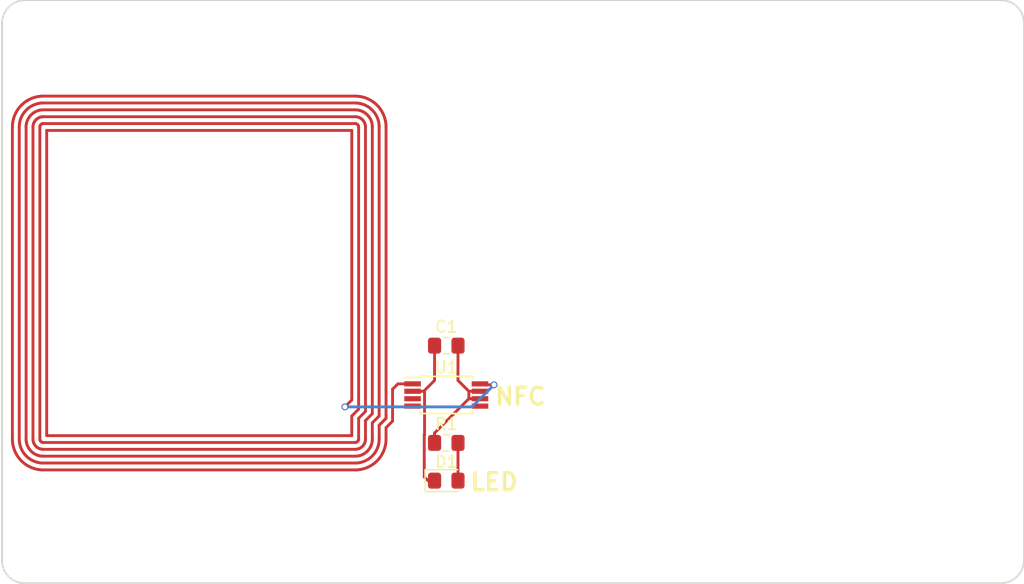
<source format=kicad_pcb>
(kicad_pcb (version 20171130) (host pcbnew "(5.1.5-0-10_14)")

  (general
    (thickness 1.6)
    (drawings 76)
    (tracks 449)
    (zones 0)
    (modules 4)
    (nets 8)
  )

  (page A4)
  (layers
    (0 F.Cu signal)
    (31 B.Cu signal)
    (32 B.Adhes user hide)
    (33 F.Adhes user hide)
    (34 B.Paste user hide)
    (35 F.Paste user hide)
    (36 B.SilkS user)
    (37 F.SilkS user)
    (38 B.Mask user hide)
    (39 F.Mask user hide)
    (40 Dwgs.User user hide)
    (41 Cmts.User user hide)
    (42 Eco1.User user hide)
    (43 Eco2.User user hide)
    (44 Edge.Cuts user hide)
    (45 Margin user hide)
    (46 B.CrtYd user hide)
    (47 F.CrtYd user hide)
    (48 B.Fab user hide)
    (49 F.Fab user hide)
  )

  (setup
    (last_trace_width 0.25)
    (user_trace_width 0.2032)
    (user_trace_width 0.254)
    (user_trace_width 0.508)
    (user_trace_width 0.762)
    (user_trace_width 1.016)
    (user_trace_width 1.27)
    (user_trace_width 1.905)
    (user_trace_width 2.54)
    (trace_clearance 0.2)
    (zone_clearance 0)
    (zone_45_only yes)
    (trace_min 0.2)
    (via_size 0.6)
    (via_drill 0.4)
    (via_min_size 0.4)
    (via_min_drill 0.3)
    (uvia_size 0.3)
    (uvia_drill 0.1)
    (uvias_allowed no)
    (uvia_min_size 0.2)
    (uvia_min_drill 0.1)
    (edge_width 0.15)
    (segment_width 0.15)
    (pcb_text_width 0.3)
    (pcb_text_size 1.5 1.5)
    (mod_edge_width 0.15)
    (mod_text_size 1 1)
    (mod_text_width 0.15)
    (pad_size 1.05 0.95)
    (pad_drill 0)
    (pad_to_mask_clearance 0.2)
    (aux_axis_origin 0 0)
    (visible_elements 7FFFFF7F)
    (pcbplotparams
      (layerselection 0x010f4_ffffffff)
      (usegerberextensions true)
      (usegerberattributes false)
      (usegerberadvancedattributes false)
      (creategerberjobfile false)
      (excludeedgelayer true)
      (linewidth 0.100000)
      (plotframeref false)
      (viasonmask false)
      (mode 1)
      (useauxorigin false)
      (hpglpennumber 1)
      (hpglpenspeed 20)
      (hpglpendiameter 15.000000)
      (psnegative false)
      (psa4output false)
      (plotreference true)
      (plotvalue false)
      (plotinvisibletext false)
      (padsonsilk false)
      (subtractmaskfromsilk false)
      (outputformat 1)
      (mirror false)
      (drillshape 0)
      (scaleselection 1)
      (outputdirectory "gerbers github/"))
  )

  (net 0 "")
  (net 1 "Net-(C1-Pad1)")
  (net 2 "Net-(C1-Pad2)")
  (net 3 "Net-(D1-Pad2)")
  (net 4 "Net-(U1-Pad3)")
  (net 5 "Net-(U1-Pad4)")
  (net 6 "Net-(U1-Pad5)")
  (net 7 "Net-(U1-Pad1)")

  (net_class Default "This is the default net class."
    (clearance 0.2)
    (trace_width 0.25)
    (via_dia 0.6)
    (via_drill 0.4)
    (uvia_dia 0.3)
    (uvia_drill 0.1)
    (add_net "Net-(C1-Pad1)")
    (add_net "Net-(C1-Pad2)")
    (add_net "Net-(D1-Pad2)")
    (add_net "Net-(U1-Pad1)")
    (add_net "Net-(U1-Pad3)")
    (add_net "Net-(U1-Pad4)")
    (add_net "Net-(U1-Pad5)")
  )

  (module Package_SO:TSSOP-8_4.4x3mm_P0.65mm (layer F.Cu) (tedit 5A02F25C) (tstamp 5E980305)
    (at 89.662 85.344)
    (descr "8-Lead Plastic Thin Shrink Small Outline (ST)-4.4 mm Body [TSSOP] (see Microchip Packaging Specification 00000049BS.pdf)")
    (tags "SSOP 0.65")
    (path /5DB22E9E)
    (attr smd)
    (fp_text reference U1 (at 0 -2.413) (layer F.SilkS)
      (effects (font (size 1 1) (thickness 0.15)))
    )
    (fp_text value NT3H1101_NT3H1201 (at 0 2.55) (layer F.Fab)
      (effects (font (size 1 1) (thickness 0.15)))
    )
    (fp_line (start -1.2 -1.5) (end 2.2 -1.5) (layer F.Fab) (width 0.15))
    (fp_line (start 2.2 -1.5) (end 2.2 1.5) (layer F.Fab) (width 0.15))
    (fp_line (start 2.2 1.5) (end -2.2 1.5) (layer F.Fab) (width 0.15))
    (fp_line (start -2.2 1.5) (end -2.2 -0.5) (layer F.Fab) (width 0.15))
    (fp_line (start -2.2 -0.5) (end -1.2 -1.5) (layer F.Fab) (width 0.15))
    (fp_line (start -3.95 -1.8) (end -3.95 1.8) (layer F.CrtYd) (width 0.05))
    (fp_line (start 3.95 -1.8) (end 3.95 1.8) (layer F.CrtYd) (width 0.05))
    (fp_line (start -3.95 -1.8) (end 3.95 -1.8) (layer F.CrtYd) (width 0.05))
    (fp_line (start -3.95 1.8) (end 3.95 1.8) (layer F.CrtYd) (width 0.05))
    (fp_line (start -2.325 -1.625) (end -2.325 -1.525) (layer F.SilkS) (width 0.15))
    (fp_line (start 2.325 -1.625) (end 2.325 -1.425) (layer F.SilkS) (width 0.15))
    (fp_line (start 2.325 1.625) (end 2.325 1.425) (layer F.SilkS) (width 0.15))
    (fp_line (start -2.325 1.625) (end -2.325 1.425) (layer F.SilkS) (width 0.15))
    (fp_line (start -2.325 -1.625) (end 2.325 -1.625) (layer F.SilkS) (width 0.15))
    (fp_line (start -2.325 1.625) (end 2.325 1.625) (layer F.SilkS) (width 0.15))
    (fp_line (start -2.325 -1.525) (end -3.675 -1.525) (layer F.SilkS) (width 0.15))
    (fp_text user %R (at 0 0) (layer F.Fab)
      (effects (font (size 0.7 0.7) (thickness 0.15)))
    )
    (pad 1 smd rect (at -2.95 -0.975) (size 1.45 0.45) (layers F.Cu F.Paste F.Mask)
      (net 7 "Net-(U1-Pad1)"))
    (pad 2 smd rect (at -2.95 -0.325) (size 1.45 0.45) (layers F.Cu F.Paste F.Mask)
      (net 2 "Net-(C1-Pad2)"))
    (pad 3 smd rect (at -2.95 0.325) (size 1.45 0.45) (layers F.Cu F.Paste F.Mask)
      (net 4 "Net-(U1-Pad3)"))
    (pad 4 smd rect (at -2.95 0.975) (size 1.45 0.45) (layers F.Cu F.Paste F.Mask)
      (net 5 "Net-(U1-Pad4)"))
    (pad 5 smd rect (at 2.95 0.975) (size 1.45 0.45) (layers F.Cu F.Paste F.Mask)
      (net 6 "Net-(U1-Pad5)"))
    (pad 6 smd rect (at 2.95 0.325) (size 1.45 0.45) (layers F.Cu F.Paste F.Mask)
      (net 1 "Net-(C1-Pad1)"))
    (pad 7 smd rect (at 2.95 -0.325) (size 1.45 0.45) (layers F.Cu F.Paste F.Mask)
      (net 1 "Net-(C1-Pad1)"))
    (pad 8 smd rect (at 2.95 -0.975) (size 1.45 0.45) (layers F.Cu F.Paste F.Mask)
      (net 7 "Net-(U1-Pad1)"))
    (model ${KISYS3DMOD}/Package_SO.3dshapes/TSSOP-8_4.4x3mm_P0.65mm.wrl
      (at (xyz 0 0 0))
      (scale (xyz 1 1 1))
      (rotate (xyz 0 0 0))
    )
  )

  (module Capacitor_SMD:C_0805_2012Metric_Pad1.15x1.40mm_HandSolder (layer F.Cu) (tedit 5B36C52B) (tstamp 5E98B333)
    (at 89.662 81.026 180)
    (descr "Capacitor SMD 0805 (2012 Metric), square (rectangular) end terminal, IPC_7351 nominal with elongated pad for handsoldering. (Body size source: https://docs.google.com/spreadsheets/d/1BsfQQcO9C6DZCsRaXUlFlo91Tg2WpOkGARC1WS5S8t0/edit?usp=sharing), generated with kicad-footprint-generator")
    (tags "capacitor handsolder")
    (path /5D4B2984)
    (attr smd)
    (fp_text reference C1 (at 0 1.651) (layer F.SilkS)
      (effects (font (size 1 1) (thickness 0.15)))
    )
    (fp_text value 440nF (at 0 1.65) (layer F.Fab)
      (effects (font (size 1 1) (thickness 0.15)))
    )
    (fp_line (start -1 0.6) (end -1 -0.6) (layer F.Fab) (width 0.1))
    (fp_line (start -1 -0.6) (end 1 -0.6) (layer F.Fab) (width 0.1))
    (fp_line (start 1 -0.6) (end 1 0.6) (layer F.Fab) (width 0.1))
    (fp_line (start 1 0.6) (end -1 0.6) (layer F.Fab) (width 0.1))
    (fp_line (start -0.261252 -0.71) (end 0.261252 -0.71) (layer F.SilkS) (width 0.12))
    (fp_line (start -0.261252 0.71) (end 0.261252 0.71) (layer F.SilkS) (width 0.12))
    (fp_line (start -1.85 0.95) (end -1.85 -0.95) (layer F.CrtYd) (width 0.05))
    (fp_line (start -1.85 -0.95) (end 1.85 -0.95) (layer F.CrtYd) (width 0.05))
    (fp_line (start 1.85 -0.95) (end 1.85 0.95) (layer F.CrtYd) (width 0.05))
    (fp_line (start 1.85 0.95) (end -1.85 0.95) (layer F.CrtYd) (width 0.05))
    (fp_text user %R (at 0 0) (layer F.Fab)
      (effects (font (size 0.5 0.5) (thickness 0.08)))
    )
    (pad 1 smd roundrect (at -1.025 0 180) (size 1.15 1.4) (layers F.Cu F.Paste F.Mask) (roundrect_rratio 0.217391)
      (net 1 "Net-(C1-Pad1)"))
    (pad 2 smd roundrect (at 1.025 0 180) (size 1.15 1.4) (layers F.Cu F.Paste F.Mask) (roundrect_rratio 0.217391)
      (net 2 "Net-(C1-Pad2)"))
    (model ${KISYS3DMOD}/Capacitor_SMD.3dshapes/C_0805_2012Metric.wrl
      (at (xyz 0 0 0))
      (scale (xyz 1 1 1))
      (rotate (xyz 0 0 0))
    )
  )

  (module LED_SMD:LED_0805_2012Metric_Pad1.15x1.40mm_HandSolder (layer F.Cu) (tedit 5B4B45C9) (tstamp 5E98B7A7)
    (at 89.662 92.837)
    (descr "LED SMD 0805 (2012 Metric), square (rectangular) end terminal, IPC_7351 nominal, (Body size source: https://docs.google.com/spreadsheets/d/1BsfQQcO9C6DZCsRaXUlFlo91Tg2WpOkGARC1WS5S8t0/edit?usp=sharing), generated with kicad-footprint-generator")
    (tags "LED handsolder")
    (path /5D9F60E5)
    (attr smd)
    (fp_text reference D1 (at 0 -1.65) (layer F.SilkS)
      (effects (font (size 1 1) (thickness 0.15)))
    )
    (fp_text value LED (at 0 1.65) (layer F.Fab)
      (effects (font (size 1 1) (thickness 0.15)))
    )
    (fp_line (start 1 -0.6) (end -0.7 -0.6) (layer F.Fab) (width 0.1))
    (fp_line (start -0.7 -0.6) (end -1 -0.3) (layer F.Fab) (width 0.1))
    (fp_line (start -1 -0.3) (end -1 0.6) (layer F.Fab) (width 0.1))
    (fp_line (start -1 0.6) (end 1 0.6) (layer F.Fab) (width 0.1))
    (fp_line (start 1 0.6) (end 1 -0.6) (layer F.Fab) (width 0.1))
    (fp_line (start 1 -0.96) (end -1.86 -0.96) (layer F.SilkS) (width 0.12))
    (fp_line (start -1.86 -0.96) (end -1.86 0.96) (layer F.SilkS) (width 0.12))
    (fp_line (start -1.86 0.96) (end 1 0.96) (layer F.SilkS) (width 0.12))
    (fp_line (start -1.85 0.95) (end -1.85 -0.95) (layer F.CrtYd) (width 0.05))
    (fp_line (start -1.85 -0.95) (end 1.85 -0.95) (layer F.CrtYd) (width 0.05))
    (fp_line (start 1.85 -0.95) (end 1.85 0.95) (layer F.CrtYd) (width 0.05))
    (fp_line (start 1.85 0.95) (end -1.85 0.95) (layer F.CrtYd) (width 0.05))
    (fp_text user %R (at 0 0) (layer F.Fab)
      (effects (font (size 0.5 0.5) (thickness 0.08)))
    )
    (pad 1 smd roundrect (at -1.025 0) (size 1.15 1.4) (layers F.Cu F.Paste F.Mask) (roundrect_rratio 0.217391)
      (net 2 "Net-(C1-Pad2)"))
    (pad 2 smd roundrect (at 1.025 0) (size 1.15 1.4) (layers F.Cu F.Paste F.Mask) (roundrect_rratio 0.217391)
      (net 3 "Net-(D1-Pad2)"))
    (model ${KISYS3DMOD}/LED_SMD.3dshapes/LED_0805_2012Metric.wrl
      (at (xyz 0 0 0))
      (scale (xyz 1 1 1))
      (rotate (xyz 0 0 0))
    )
  )

  (module Resistor_SMD:R_0805_2012Metric_Pad1.15x1.40mm_HandSolder (layer F.Cu) (tedit 5B36C52B) (tstamp 5E98B356)
    (at 89.662 89.535)
    (descr "Resistor SMD 0805 (2012 Metric), square (rectangular) end terminal, IPC_7351 nominal with elongated pad for handsoldering. (Body size source: https://docs.google.com/spreadsheets/d/1BsfQQcO9C6DZCsRaXUlFlo91Tg2WpOkGARC1WS5S8t0/edit?usp=sharing), generated with kicad-footprint-generator")
    (tags "resistor handsolder")
    (path /5D4B4999)
    (attr smd)
    (fp_text reference R1 (at 0 -1.65) (layer F.SilkS)
      (effects (font (size 1 1) (thickness 0.15)))
    )
    (fp_text value 47ohm (at 0 1.65) (layer F.Fab)
      (effects (font (size 1 1) (thickness 0.15)))
    )
    (fp_line (start -1 0.6) (end -1 -0.6) (layer F.Fab) (width 0.1))
    (fp_line (start -1 -0.6) (end 1 -0.6) (layer F.Fab) (width 0.1))
    (fp_line (start 1 -0.6) (end 1 0.6) (layer F.Fab) (width 0.1))
    (fp_line (start 1 0.6) (end -1 0.6) (layer F.Fab) (width 0.1))
    (fp_line (start -0.261252 -0.71) (end 0.261252 -0.71) (layer F.SilkS) (width 0.12))
    (fp_line (start -0.261252 0.71) (end 0.261252 0.71) (layer F.SilkS) (width 0.12))
    (fp_line (start -1.85 0.95) (end -1.85 -0.95) (layer F.CrtYd) (width 0.05))
    (fp_line (start -1.85 -0.95) (end 1.85 -0.95) (layer F.CrtYd) (width 0.05))
    (fp_line (start 1.85 -0.95) (end 1.85 0.95) (layer F.CrtYd) (width 0.05))
    (fp_line (start 1.85 0.95) (end -1.85 0.95) (layer F.CrtYd) (width 0.05))
    (fp_text user %R (at 0 0) (layer F.Fab)
      (effects (font (size 0.5 0.5) (thickness 0.08)))
    )
    (pad 1 smd roundrect (at -1.025 0) (size 1.15 1.4) (layers F.Cu F.Paste F.Mask) (roundrect_rratio 0.217391)
      (net 1 "Net-(C1-Pad1)"))
    (pad 2 smd roundrect (at 1.025 0) (size 1.15 1.4) (layers F.Cu F.Paste F.Mask) (roundrect_rratio 0.217391)
      (net 3 "Net-(D1-Pad2)"))
    (model ${KISYS3DMOD}/Resistor_SMD.3dshapes/R_0805_2012Metric.wrl
      (at (xyz 0 0 0))
      (scale (xyz 1 1 1))
      (rotate (xyz 0 0 0))
    )
  )

  (gr_text NFC (at 96.139 85.471) (layer F.SilkS)
    (effects (font (size 1.5 1.5) (thickness 0.3)))
  )
  (gr_text LED (at 93.853 92.964) (layer F.SilkS)
    (effects (font (size 1.5 1.5) (thickness 0.3)))
  )
  (gr_arc (start 138.176 99.7755) (end 138.176 101.8075) (angle -90) (layer Edge.Cuts) (width 0.15))
  (gr_line (start 81.39402 85.78114) (end 80.79458 86.38312) (layer F.Mask) (width 0.25))
  (gr_line (start 81.39402 87.18068) (end 81.99346 86.58124) (layer F.Mask) (width 0.25))
  (gr_line (start 81.392 88.8987) (end 81.392 87.1827) (layer F.Mask) (width 0.25))
  (gr_line (start 54.705 88.8987) (end 81.392 88.8987) (layer F.Mask) (width 0.25))
  (gr_line (start 54.70314 62.19752) (end 54.70314 88.8987) (layer F.Mask) (width 0.25))
  (gr_line (start 81.39402 85.78114) (end 81.39402 62.19752) (layer F.Mask) (width 0.25))
  (gr_line (start 81.393 62.19752) (end 54.70286 62.19752) (layer F.Mask) (width 0.25))
  (dimension 89.408 (width 0.15) (layer Eco1.User)
    (gr_text "89.408 mm" (at 95.504 108.741999) (layer Eco1.User)
      (effects (font (size 1 1) (thickness 0.15)))
    )
    (feature1 (pts (xy 140.208 99.06) (xy 140.208 108.02842)))
    (feature2 (pts (xy 50.8 99.06) (xy 50.8 108.02842)))
    (crossbar (pts (xy 50.8 107.441999) (xy 140.208 107.441999)))
    (arrow1a (pts (xy 140.208 107.441999) (xy 139.081496 108.02842)))
    (arrow1b (pts (xy 140.208 107.441999) (xy 139.081496 106.855578)))
    (arrow2a (pts (xy 50.8 107.441999) (xy 51.926504 108.02842)))
    (arrow2b (pts (xy 50.8 107.441999) (xy 51.926504 106.855578)))
  )
  (dimension 51.0075 (width 0.15) (layer Eco1.User) (tstamp 5D988D12)
    (gr_text "51.008 mm" (at 148.366 76.30375 270) (layer Eco1.User) (tstamp 5D988D12)
      (effects (font (size 1 1) (thickness 0.15)))
    )
    (feature1 (pts (xy 138.176 101.8075) (xy 147.652421 101.8075)))
    (feature2 (pts (xy 138.176 50.8) (xy 147.652421 50.8)))
    (crossbar (pts (xy 147.066 50.8) (xy 147.066 101.8075)))
    (arrow1a (pts (xy 147.066 101.8075) (xy 146.479579 100.680996)))
    (arrow1b (pts (xy 147.066 101.8075) (xy 147.652421 100.680996)))
    (arrow2a (pts (xy 147.066 50.8) (xy 146.479579 51.926504)))
    (arrow2b (pts (xy 147.066 50.8) (xy 147.652421 51.926504)))
  )
  (gr_line (start 84.3915 61.8645) (end 84.3915 87.38134) (layer F.Mask) (width 0.25) (tstamp 5D4DC4BF))
  (gr_line (start 83.7946 87.17814) (end 83.7946 61.8645) (layer F.Mask) (width 0.25) (tstamp 5D4DC4BE))
  (gr_line (start 83.1977 61.8772) (end 83.1977 86.97494) (layer F.Mask) (width 0.25) (tstamp 5D4DC4BD))
  (gr_line (start 81.99346 86.58124) (end 81.99346 61.8978) (layer F.Mask) (width 0.25) (tstamp 5D4DC4BC))
  (gr_line (start 82.5881 86.7819) (end 82.5881 61.8772) (layer F.Mask) (width 0.25) (tstamp 5D4DC4BA))
  (gr_line (start 52.832 50.8) (end 138.176 50.8) (layer Edge.Cuts) (width 0.15) (tstamp 5D959209))
  (gr_line (start 50.8 99.839) (end 50.8 52.832) (layer Edge.Cuts) (width 0.15) (tstamp 5D959208))
  (gr_line (start 138.176 101.8075) (end 52.7685 101.8075) (layer Edge.Cuts) (width 0.15) (tstamp 5D959204))
  (gr_line (start 140.208 99.7755) (end 140.208 52.832) (layer Edge.Cuts) (width 0.15) (tstamp 5D959203))
  (gr_line (start 84.97824 88.3821) (end 85.2932 88.3821) (layer F.Mask) (width 0.25) (tstamp 5D9546B0))
  (gr_arc (start 84.97824 88.9663) (end 84.97824 88.3821) (angle -90) (layer F.Mask) (width 0.25) (tstamp 5D9546BC))
  (gr_line (start 82.5881 86.7819) (end 81.9912 87.3788) (layer F.Mask) (width 0.25) (tstamp 5D95465F))
  (gr_line (start 83.1977 86.97494) (end 82.6008 87.57184) (layer F.Mask) (width 0.25) (tstamp 5D9546A7))
  (gr_line (start 83.7946 87.17814) (end 83.19516 87.77758) (layer F.Mask) (width 0.25) (tstamp 5D9546C5))
  (gr_line (start 84.3915 87.38134) (end 83.7946 87.98078) (layer F.Mask) (width 0.25) (tstamp 5D9546AD))
  (gr_arc (start 81.7118 61.8772) (end 83.1977 61.8772) (angle -90) (layer F.Mask) (width 0.25) (tstamp 5D9546A4))
  (gr_arc (start 81.7118 61.8772) (end 82.5881 61.8772) (angle -90) (layer F.Mask) (width 0.25) (tstamp 5D954674))
  (gr_arc (start 81.7118 61.8772) (end 81.9912 61.8772) (angle -90) (layer F.Mask) (width 0.25) (tstamp 5D954689))
  (gr_arc (start 81.7245 61.8645) (end 83.7946 61.8645) (angle -90) (layer F.Mask) (width 0.25) (tstamp 5D954686))
  (gr_arc (start 81.7245 61.8645) (end 84.3915 61.8645) (angle -90) (layer F.Mask) (width 0.25) (tstamp 5D954662))
  (gr_line (start 54.3814 59.1975) (end 81.6991 59.1975) (layer F.Mask) (width 0.25) (tstamp 5D954695))
  (gr_line (start 54.3814 59.7944) (end 81.7245 59.7944) (layer F.Mask) (width 0.25) (tstamp 5D954668))
  (gr_line (start 54.3814 60.3913) (end 81.7118 60.3913) (layer F.Mask) (width 0.25) (tstamp 5D954650))
  (gr_line (start 54.3814 61.0009) (end 81.7118 61.0009) (layer F.Mask) (width 0.25) (tstamp 5D95465C))
  (gr_line (start 54.3814 61.5978) (end 81.7118 61.5978) (layer F.Mask) (width 0.25) (tstamp 5D9546CB))
  (gr_line (start 51.7017 89.2076) (end 51.7017 61.928) (layer F.Mask) (width 0.25) (tstamp 5D95467A))
  (gr_line (start 52.2986 61.8772) (end 52.2986 89.14) (layer F.Mask) (width 0.25) (tstamp 5D95466B))
  (gr_line (start 52.9082 89.1822) (end 52.9082 61.928) (layer F.Mask) (width 0.25) (tstamp 5D9546C8))
  (gr_line (start 53.5051 61.8772) (end 53.5051 89.19) (layer F.Mask) (width 0.25) (tstamp 5D954659))
  (gr_line (start 54.102 89.1822) (end 54.102 61.928) (layer F.Mask) (width 0.25) (tstamp 5D954656))
  (gr_arc (start 54.3814 61.8772) (end 54.3814 61.5978) (angle -90) (layer F.Mask) (width 0.25) (tstamp 5D954677))
  (gr_arc (start 54.3814 61.8772) (end 54.3814 61.0009) (angle -90) (layer F.Mask) (width 0.25) (tstamp 5D954683))
  (gr_arc (start 54.39156 61.88482) (end 54.39156 60.39892) (angle -90) (layer F.Mask) (width 0.25) (tstamp 5D954653))
  (gr_arc (start 54.3814 61.8772) (end 54.3814 59.7944) (angle -90) (layer F.Mask) (width 0.25) (tstamp 5D954671))
  (gr_arc (start 54.3814 61.8772) (end 54.3814 59.1975) (angle -90) (layer F.Mask) (width 0.25) (tstamp 5D9546B3))
  (gr_arc (start 54.3941 89.2076) (end 51.7017 89.2076) (angle -90) (layer F.Mask) (width 0.25) (tstamp 5D9546A1))
  (gr_arc (start 54.3941 89.2076) (end 52.31 89.21) (angle -89.2) (layer F.Mask) (width 0.25) (tstamp 5D95468C))
  (gr_arc (start 54.3941 89.2076) (end 52.9082 89.1822) (angle -90) (layer F.Mask) (width 0.25) (tstamp 5D95469E))
  (gr_arc (start 54.3941 89.2076) (end 53.5051 89.1822) (angle -90) (layer F.Mask) (width 0.25) (tstamp 5D95469B))
  (gr_arc (start 54.3941 89.2076) (end 54.102 89.1822) (angle -90) (layer F.Mask) (width 0.25) (tstamp 5D9546D4))
  (gr_line (start 83.79452 89.23808) (end 83.79452 87.9856) (layer F.Mask) (width 0.25) (tstamp 5D954680))
  (gr_line (start 81.7245 91.894041) (end 54.356 91.894041) (layer F.Mask) (width 0.25) (tstamp 5D95466E))
  (gr_line (start 81.727001 91.29548) (end 54.356 91.29548) (layer F.Mask) (width 0.25) (tstamp 5D9546CE))
  (gr_line (start 81.716826 90.696094) (end 54.356 90.696094) (layer F.Mask) (width 0.25) (tstamp 5D9546BF))
  (gr_line (start 81.71942 90.09406) (end 54.356 90.09406) (layer F.Mask) (width 0.25) (tstamp 5D954698))
  (gr_line (start 81.70672 89.49208) (end 54.356 89.49208) (layer F.Mask) (width 0.25) (tstamp 5D954692))
  (gr_line (start 81.993318 89.245228) (end 81.993318 87.376) (layer F.Mask) (width 0.25) (tstamp 5D95464D))
  (gr_line (start 82.59556 89.233) (end 82.59556 87.5792) (layer F.Mask) (width 0.25) (tstamp 5D95468F))
  (gr_line (start 83.19008 89.22284) (end 83.19008 87.7824) (layer F.Mask) (width 0.25) (tstamp 5D9546D1))
  (gr_arc (start 81.71942 89.22792) (end 81.70672 89.49208) (angle -89) (layer F.Mask) (width 0.25) (tstamp 5D954641))
  (gr_arc (start 81.72196 89.23046) (end 81.71942 90.09406) (angle -90) (layer F.Mask) (width 0.25) (tstamp 5D95464A))
  (gr_arc (start 81.716826 89.22284) (end 81.716826 90.696094) (angle -90) (layer F.Mask) (width 0.25) (tstamp 5D954647))
  (gr_arc (start 81.732081 89.23808) (end 81.732081 91.295519) (angle -90) (layer F.Mask) (width 0.25) (tstamp 5D95463E))
  (gr_arc (start 81.7245 89.227041) (end 81.7245 91.894041) (angle -91.4) (layer F.Mask) (width 0.25) (tstamp 5D95463B))
  (gr_line (start 84.3915 89) (end 84.3915 89.1695) (layer F.Mask) (width 0.25) (tstamp 5D954644))
  (gr_text "This is a V-Scoring line ---" (at 34.20872 100.72624) (layer Eco2.User) (tstamp 5BDF17A4)
    (effects (font (size 1.5 1.5) (thickness 0.3)))
  )
  (gr_text "<-- This is a V-Scoring line" (at 96.36506 119.17934 270) (layer Eco2.User) (tstamp 5BDF17A4)
    (effects (font (size 1.5 1.5) (thickness 0.3)))
  )
  (gr_text "<-- This side routed" (at 95.69196 37.05098 90) (layer Eco2.User) (tstamp 5BDF1798)
    (effects (font (size 1.5 1.5) (thickness 0.3)))
  )
  (gr_text "This side routed -->" (at 37.39642 76.00442) (layer Eco2.User)
    (effects (font (size 1.5 1.5) (thickness 0.3)))
  )
  (gr_text "<-- This side routed" (at 153.38044 71.60768) (layer Eco2.User) (tstamp 5BDF1792)
    (effects (font (size 1.5 1.5) (thickness 0.3)))
  )
  (gr_text "--- This is a V-Scoring line" (at 157.39618 100.56114) (layer Eco2.User)
    (effects (font (size 1.5 1.5) (thickness 0.3)))
  )
  (gr_arc (start 52.7685 99.839) (end 50.8 99.839) (angle -90) (layer Edge.Cuts) (width 0.15))
  (gr_arc (start 138.176 52.832) (end 138.176 50.8) (angle 90) (layer Edge.Cuts) (width 0.15))
  (gr_arc (start 52.832 52.832) (end 50.8 52.832) (angle 90) (layer Edge.Cuts) (width 0.15))

  (segment (start 82.9056 90.91574) (end 82.78622 90.99448) (width 0.25) (layer F.Cu) (net 7) (tstamp 5D954BBA))
  (segment (start 82.3976 91.17736) (end 82.26044 91.22054) (width 0.25) (layer F.Cu) (net 7) (tstamp 5D954BB7))
  (segment (start 82.12074 91.2561) (end 81.98104 91.27896) (width 0.25) (layer F.Cu) (net 7) (tstamp 5D954BB4))
  (segment (start 83.67268 89.90228) (end 83.62188 90.03436) (width 0.25) (layer F.Cu) (net 7) (tstamp 5D954BB1))
  (segment (start 82.51444 61.53176) (end 82.55 61.62066) (width 0.25) (layer F.Cu) (net 7) (tstamp 5D954BAE))
  (segment (start 82.05978 61.0771) (end 82.1436 61.11774) (width 0.25) (layer F.Cu) (net 7) (tstamp 5D954BA8))
  (segment (start 83.41106 90.41028) (end 83.3247 90.52458) (width 0.25) (layer F.Cu) (net 7) (tstamp 5D954B48))
  (segment (start 82.57286 61.70956) (end 82.5881 61.80354) (width 0.25) (layer F.Cu) (net 7) (tstamp 5D954B84))
  (segment (start 83.12658 90.73286) (end 83.0199 90.82938) (width 0.25) (layer F.Cu) (net 7) (tstamp 5D954B54))
  (segment (start 81.83626 91.2942) (end 81.69402 91.29928) (width 0.25) (layer F.Cu) (net 7) (tstamp 5D954AEE))
  (segment (start 83.75142 89.62542) (end 83.71586 89.76512) (width 0.25) (layer F.Cu) (net 7) (tstamp 5D954B60))
  (segment (start 81.88198 61.01868) (end 81.97088 61.04154) (width 0.25) (layer F.Cu) (net 7) (tstamp 5D954B87))
  (segment (start 83.78952 89.34094) (end 83.77428 89.48572) (width 0.25) (layer F.Cu) (net 7) (tstamp 5D954B4E))
  (segment (start 82.296 61.2295) (end 82.36204 61.29554) (width 0.25) (layer F.Cu) (net 7) (tstamp 5D954B00))
  (segment (start 82.65922 91.06306) (end 82.52968 91.12656) (width 0.25) (layer F.Cu) (net 7) (tstamp 5D954B5A))
  (segment (start 83.7946 89.1987) (end 83.78952 89.34094) (width 0.25) (layer F.Cu) (net 7) (tstamp 5D954B6C))
  (segment (start 83.62188 90.03436) (end 83.55838 90.1639) (width 0.25) (layer F.Cu) (net 7) (tstamp 5D954B36))
  (segment (start 82.78622 90.99448) (end 82.65922 91.06306) (width 0.25) (layer F.Cu) (net 7) (tstamp 5D954B03))
  (segment (start 82.55 61.62066) (end 82.57286 61.70956) (width 0.25) (layer F.Cu) (net 7) (tstamp 5D954B57))
  (segment (start 82.36204 61.29554) (end 82.42046 61.3692) (width 0.25) (layer F.Cu) (net 7) (tstamp 5D954B24))
  (segment (start 82.5881 61.80354) (end 82.59318 61.89752) (width 0.25) (layer F.Cu) (net 7) (tstamp 5D954B99))
  (segment (start 81.69402 90.69984) (end 81.81086 90.69476) (width 0.25) (layer F.Cu) (net 7) (tstamp 5D954B7B))
  (segment (start 81.9277 90.68206) (end 82.04454 90.6592) (width 0.25) (layer F.Cu) (net 7) (tstamp 5D954BA5))
  (segment (start 82.04454 90.6592) (end 82.15884 90.62618) (width 0.25) (layer F.Cu) (net 7) (tstamp 5D954B12))
  (segment (start 82.15884 90.62618) (end 82.26806 90.58554) (width 0.25) (layer F.Cu) (net 7) (tstamp 5D954B21))
  (segment (start 81.97088 61.04154) (end 82.05978 61.0771) (width 0.25) (layer F.Cu) (net 7) (tstamp 5D954BAB))
  (segment (start 82.22234 61.17108) (end 82.296 61.2295) (width 0.25) (layer F.Cu) (net 7) (tstamp 5D954B09))
  (segment (start 83.71586 89.76512) (end 83.67268 89.90228) (width 0.25) (layer F.Cu) (net 7) (tstamp 5D954B69))
  (segment (start 82.47888 90.47886) (end 82.5754 90.41282) (width 0.25) (layer F.Cu) (net 7) (tstamp 5D954B51))
  (segment (start 81.98866 61.84672) (end 81.97596 61.79592) (width 0.25) (layer F.Cu) (net 7) (tstamp 5D954B78))
  (segment (start 82.1436 61.11774) (end 82.22234 61.17108) (width 0.25) (layer F.Cu) (net 7) (tstamp 5D954B66))
  (segment (start 81.74482 61.60288) (end 81.69402 61.5978) (width 0.25) (layer F.Cu) (net 7) (tstamp 5D954B33))
  (segment (start 82.26044 91.22054) (end 82.12074 91.2561) (width 0.25) (layer F.Cu) (net 7) (tstamp 5D954B2A))
  (segment (start 82.5754 90.41282) (end 82.66938 90.33916) (width 0.25) (layer F.Cu) (net 7) (tstamp 5D954B8A))
  (segment (start 82.75574 90.26042) (end 82.83448 90.17406) (width 0.25) (layer F.Cu) (net 7) (tstamp 5D954B63))
  (segment (start 83.0199 90.82938) (end 82.9056 90.91574) (width 0.25) (layer F.Cu) (net 7) (tstamp 5D954B81))
  (segment (start 81.788 61.00344) (end 81.88198 61.01868) (width 0.25) (layer F.Cu) (net 7) (tstamp 5D954B4B))
  (segment (start 82.42046 61.3692) (end 82.4738 61.44794) (width 0.25) (layer F.Cu) (net 7) (tstamp 5D954BA2))
  (segment (start 83.4898 90.2909) (end 83.41106 90.41028) (width 0.25) (layer F.Cu) (net 7) (tstamp 5D954B45))
  (segment (start 82.66938 90.33916) (end 82.75574 90.26042) (width 0.25) (layer F.Cu) (net 7) (tstamp 5D954B0F))
  (segment (start 82.52968 91.12656) (end 82.3976 91.17736) (width 0.25) (layer F.Cu) (net 7) (tstamp 5D954B0C))
  (segment (start 82.4738 61.44794) (end 82.51444 61.53176) (width 0.25) (layer F.Cu) (net 7) (tstamp 5D954AFD))
  (segment (start 81.9531 61.74766) (end 81.92262 61.70448) (width 0.25) (layer F.Cu) (net 7) (tstamp 5D954B39))
  (segment (start 81.84388 61.63844) (end 81.79562 61.61558) (width 0.25) (layer F.Cu) (net 7) (tstamp 5D954B30))
  (segment (start 82.83448 90.17406) (end 82.90814 90.08008) (width 0.25) (layer F.Cu) (net 7) (tstamp 5D954B5D))
  (segment (start 83.77428 89.48572) (end 83.75142 89.62542) (width 0.25) (layer F.Cu) (net 7) (tstamp 5D954B06))
  (segment (start 82.26806 90.58554) (end 82.37474 90.53728) (width 0.25) (layer F.Cu) (net 7) (tstamp 5D954B42))
  (segment (start 83.22818 90.63126) (end 83.12658 90.73286) (width 0.25) (layer F.Cu) (net 7) (tstamp 5D954B7E))
  (segment (start 81.98104 91.27896) (end 81.83626 91.2942) (width 0.25) (layer F.Cu) (net 7) (tstamp 5D954B3F))
  (segment (start 83.55838 90.1639) (end 83.4898 90.2909) (width 0.25) (layer F.Cu) (net 7) (tstamp 5D954B3C))
  (segment (start 82.90814 90.08008) (end 82.97418 89.98356) (width 0.25) (layer F.Cu) (net 7) (tstamp 5D954AF7))
  (segment (start 82.97418 89.98356) (end 83.0326 89.87942) (width 0.25) (layer F.Cu) (net 7) (tstamp 5D954B2D))
  (segment (start 83.0326 89.87942) (end 83.08086 89.77274) (width 0.25) (layer F.Cu) (net 7) (tstamp 5D954B27))
  (segment (start 81.81086 90.69476) (end 81.9277 90.68206) (width 0.25) (layer F.Cu) (net 7) (tstamp 5D954B1E))
  (segment (start 81.92262 61.70448) (end 81.88706 61.66892) (width 0.25) (layer F.Cu) (net 7) (tstamp 5D954B1B))
  (segment (start 82.37474 90.53728) (end 82.47888 90.47886) (width 0.25) (layer F.Cu) (net 7) (tstamp 5D954B18))
  (segment (start 83.08086 89.77274) (end 83.1215 89.66352) (width 0.25) (layer F.Cu) (net 7) (tstamp 5D954B9F))
  (segment (start 83.1215 89.66352) (end 83.15452 89.54922) (width 0.25) (layer F.Cu) (net 7) (tstamp 5D954B15))
  (segment (start 81.69402 60.99836) (end 81.788 61.00344) (width 0.25) (layer F.Cu) (net 7) (tstamp 5D954B75))
  (segment (start 81.88706 61.66892) (end 81.84388 61.63844) (width 0.25) (layer F.Cu) (net 7) (tstamp 5D954B72))
  (segment (start 81.79562 61.61558) (end 81.74482 61.60288) (width 0.25) (layer F.Cu) (net 7) (tstamp 5D954AFA))
  (segment (start 81.99374 61.89752) (end 81.98866 61.84672) (width 0.25) (layer F.Cu) (net 7) (tstamp 5D954AF4))
  (segment (start 83.3247 90.52458) (end 83.22818 90.63126) (width 0.25) (layer F.Cu) (net 7) (tstamp 5D954B90))
  (segment (start 81.97596 61.79592) (end 81.9531 61.74766) (width 0.25) (layer F.Cu) (net 7) (tstamp 5D954AF1))
  (segment (start 81.98866 89.2495) (end 81.99374 89.1987) (width 0.25) (layer F.Cu) (net 7) (tstamp 5D954B9C))
  (segment (start 82.55 89.47556) (end 82.51444 89.56446) (width 0.25) (layer F.Cu) (net 7) (tstamp 5D954B96))
  (segment (start 82.5881 89.29268) (end 82.57286 89.38666) (width 0.25) (layer F.Cu) (net 7) (tstamp 5D954B93))
  (segment (start 81.97596 89.3003) (end 81.98866 89.2495) (width 0.25) (layer F.Cu) (net 7) (tstamp 5D954B8D))
  (segment (start 82.59318 89.1987) (end 82.5881 89.29268) (width 0.25) (layer F.Cu) (net 7) (tstamp 5D954B6F))
  (segment (start 82.57286 89.38666) (end 82.55 89.47556) (width 0.25) (layer F.Cu) (net 7) (tstamp 5D954A9D))
  (segment (start 82.05978 90.01912) (end 81.97088 90.05468) (width 0.25) (layer F.Cu) (net 7) (tstamp 5D954AB8))
  (segment (start 81.79562 89.48064) (end 81.84388 89.45778) (width 0.25) (layer F.Cu) (net 7) (tstamp 5D954A6A))
  (segment (start 81.9531 89.34856) (end 81.97596 89.3003) (width 0.25) (layer F.Cu) (net 7) (tstamp 5D954A97))
  (segment (start 81.84388 89.45778) (end 81.88706 89.4273) (width 0.25) (layer F.Cu) (net 7) (tstamp 5D954A55))
  (segment (start 83.15452 89.54922) (end 83.17738 89.43238) (width 0.25) (layer F.Cu) (net 7) (tstamp 5D954A61))
  (segment (start 82.22234 89.92514) (end 82.1436 89.97848) (width 0.25) (layer F.Cu) (net 7) (tstamp 5D954ABB))
  (segment (start 82.296 89.86672) (end 82.22234 89.92514) (width 0.25) (layer F.Cu) (net 7) (tstamp 5D954ADC))
  (segment (start 83.17738 89.43238) (end 83.19008 89.31554) (width 0.25) (layer F.Cu) (net 7) (tstamp 5D954A76))
  (segment (start 82.4738 89.64828) (end 82.42046 89.72702) (width 0.25) (layer F.Cu) (net 7) (tstamp 5D954A94))
  (segment (start 82.42046 89.72702) (end 82.36204 89.80068) (width 0.25) (layer F.Cu) (net 7) (tstamp 5D954A40))
  (segment (start 83.19008 89.31554) (end 83.19516 89.1987) (width 0.25) (layer F.Cu) (net 7) (tstamp 5D954A91))
  (segment (start 81.97088 90.05468) (end 81.88198 90.07754) (width 0.25) (layer F.Cu) (net 7) (tstamp 5D954A8E))
  (segment (start 81.74482 89.49334) (end 81.79562 89.48064) (width 0.25) (layer F.Cu) (net 7) (tstamp 5D954A2E))
  (segment (start 81.92262 89.39174) (end 81.9531 89.34856) (width 0.25) (layer F.Cu) (net 7) (tstamp 5D954AE2))
  (segment (start 82.36204 89.80068) (end 82.296 89.86672) (width 0.25) (layer F.Cu) (net 7) (tstamp 5D954AB5))
  (segment (start 81.88198 90.07754) (end 81.788 90.09278) (width 0.25) (layer F.Cu) (net 7) (tstamp 5D954A79))
  (segment (start 82.1436 89.97848) (end 82.05978 90.01912) (width 0.25) (layer F.Cu) (net 7) (tstamp 5D954A8B))
  (segment (start 81.788 90.09278) (end 81.69402 90.09786) (width 0.25) (layer F.Cu) (net 7) (tstamp 5D954A7C))
  (segment (start 82.51444 89.56446) (end 82.4738 89.64828) (width 0.25) (layer F.Cu) (net 7) (tstamp 5D954AAC))
  (segment (start 81.69402 89.49842) (end 81.74482 89.49334) (width 0.25) (layer F.Cu) (net 7) (tstamp 5D954A7F))
  (segment (start 81.88706 89.4273) (end 81.92262 89.39174) (width 0.25) (layer F.Cu) (net 7) (tstamp 5D954A52))
  (segment (start 54.35234 61.60288) (end 54.30154 61.61558) (width 0.25) (layer F.Cu) (net 7) (tstamp 5D954A88))
  (segment (start 82.3976 59.91886) (end 82.52968 59.96966) (width 0.25) (layer F.Cu) (net 7) (tstamp 5D954A4F))
  (segment (start 54.12628 61.04154) (end 54.21518 61.01868) (width 0.25) (layer F.Cu) (net 7) (tstamp 5D954AAF))
  (segment (start 82.52968 59.96966) (end 82.65922 60.03316) (width 0.25) (layer F.Cu) (net 7) (tstamp 5D954AA9))
  (segment (start 82.65922 60.03316) (end 82.78622 60.10174) (width 0.25) (layer F.Cu) (net 7) (tstamp 5D954A73))
  (segment (start 82.12074 59.84012) (end 82.26044 59.87568) (width 0.25) (layer F.Cu) (net 7) (tstamp 5D954A4C))
  (segment (start 54.03738 61.0771) (end 54.12628 61.04154) (width 0.25) (layer F.Cu) (net 7) (tstamp 5D954A9A))
  (segment (start 54.30154 61.61558) (end 54.25328 61.63844) (width 0.25) (layer F.Cu) (net 7) (tstamp 5D954A70))
  (segment (start 53.80116 61.2295) (end 53.87482 61.17108) (width 0.25) (layer F.Cu) (net 7) (tstamp 5D954A6D))
  (segment (start 53.87482 61.17108) (end 53.95356 61.11774) (width 0.25) (layer F.Cu) (net 7) (tstamp 5D954A43))
  (segment (start 54.21518 61.01868) (end 54.30916 61.00344) (width 0.25) (layer F.Cu) (net 7) (tstamp 5D954A85))
  (segment (start 54.30916 61.00344) (end 54.40314 60.99836) (width 0.25) (layer F.Cu) (net 7) (tstamp 5D954ADF))
  (segment (start 54.25328 61.63844) (end 54.2101 61.66892) (width 0.25) (layer F.Cu) (net 7) (tstamp 5D954A67))
  (segment (start 54.1212 61.79592) (end 54.1085 61.84672) (width 0.25) (layer F.Cu) (net 7) (tstamp 5D954AD0))
  (segment (start 81.83626 59.80202) (end 81.98104 59.81726) (width 0.25) (layer F.Cu) (net 7) (tstamp 5D954A49))
  (segment (start 81.69402 59.79694) (end 81.83626 59.80202) (width 0.25) (layer F.Cu) (net 7) (tstamp 5D954AEB))
  (segment (start 82.78622 60.10174) (end 82.9056 60.18048) (width 0.25) (layer F.Cu) (net 7) (tstamp 5D954AD3))
  (segment (start 54.2101 61.66892) (end 54.17454 61.70448) (width 0.25) (layer F.Cu) (net 7) (tstamp 5D954A82))
  (segment (start 53.95356 61.11774) (end 54.03738 61.0771) (width 0.25) (layer F.Cu) (net 7) (tstamp 5D954A64))
  (segment (start 54.40314 61.5978) (end 54.35234 61.60288) (width 0.25) (layer F.Cu) (net 7) (tstamp 5D954AA0))
  (segment (start 54.17454 61.70448) (end 54.14406 61.74766) (width 0.25) (layer F.Cu) (net 7) (tstamp 5D954AE8))
  (segment (start 54.14406 61.74766) (end 54.1212 61.79592) (width 0.25) (layer F.Cu) (net 7) (tstamp 5D954AB2))
  (segment (start 54.1085 61.84672) (end 54.10342 61.89752) (width 0.25) (layer F.Cu) (net 7) (tstamp 5D954AA6))
  (segment (start 81.98104 59.81726) (end 82.12074 59.84012) (width 0.25) (layer F.Cu) (net 7) (tstamp 5D954A5E))
  (segment (start 82.26044 59.87568) (end 82.3976 59.91886) (width 0.25) (layer F.Cu) (net 7) (tstamp 5D954A5B))
  (segment (start 82.83448 60.92216) (end 82.75574 60.8358) (width 0.25) (layer F.Cu) (net 7) (tstamp 5D954A3D))
  (segment (start 82.75574 60.8358) (end 82.66938 60.75706) (width 0.25) (layer F.Cu) (net 7) (tstamp 5D954AE5))
  (segment (start 82.15884 60.47004) (end 82.04454 60.43702) (width 0.25) (layer F.Cu) (net 7) (tstamp 5D954AA3))
  (segment (start 82.04454 60.43702) (end 81.9277 60.41416) (width 0.25) (layer F.Cu) (net 7) (tstamp 5D954A58))
  (segment (start 83.22818 60.46496) (end 83.3247 60.57164) (width 0.25) (layer F.Cu) (net 7) (tstamp 5D954AD9))
  (segment (start 83.62188 61.06186) (end 83.67268 61.19394) (width 0.25) (layer F.Cu) (net 7) (tstamp 5D954AC4))
  (segment (start 81.9277 60.41416) (end 81.81086 60.40146) (width 0.25) (layer F.Cu) (net 7) (tstamp 5D954A46))
  (segment (start 81.81086 60.40146) (end 81.69402 60.39638) (width 0.25) (layer F.Cu) (net 7) (tstamp 5D954AD6))
  (segment (start 82.5754 60.6834) (end 82.47888 60.61736) (width 0.25) (layer F.Cu) (net 7) (tstamp 5D954A3A))
  (segment (start 83.75142 61.4708) (end 83.77428 61.6105) (width 0.25) (layer F.Cu) (net 7) (tstamp 5D954A37))
  (segment (start 83.19516 61.89752) (end 83.19008 61.78068) (width 0.25) (layer F.Cu) (net 7) (tstamp 5D954ACD))
  (segment (start 83.1215 61.4327) (end 83.08086 61.32348) (width 0.25) (layer F.Cu) (net 7) (tstamp 5D954A34))
  (segment (start 83.0199 60.26684) (end 83.12658 60.36336) (width 0.25) (layer F.Cu) (net 7) (tstamp 5D954A31))
  (segment (start 83.4898 60.80532) (end 83.55838 60.93232) (width 0.25) (layer F.Cu) (net 7) (tstamp 5D954AC1))
  (segment (start 83.17738 61.66384) (end 83.15452 61.547) (width 0.25) (layer F.Cu) (net 7) (tstamp 5D954ACA))
  (segment (start 83.71586 61.3311) (end 83.75142 61.4708) (width 0.25) (layer F.Cu) (net 7) (tstamp 5D954AC7))
  (segment (start 83.08086 61.32348) (end 83.0326 61.2168) (width 0.25) (layer F.Cu) (net 7) (tstamp 5D954ABE))
  (segment (start 83.15452 61.547) (end 83.1215 61.4327) (width 0.25) (layer F.Cu) (net 7) (tstamp 5D954977))
  (segment (start 82.90814 61.01614) (end 82.83448 60.92216) (width 0.25) (layer F.Cu) (net 7) (tstamp 5D9549D1))
  (segment (start 82.47888 60.61736) (end 82.37474 60.55894) (width 0.25) (layer F.Cu) (net 7) (tstamp 5D9549B6))
  (segment (start 83.78952 61.75528) (end 83.7946 61.89752) (width 0.25) (layer F.Cu) (net 7) (tstamp 5D9549BC))
  (segment (start 83.19008 61.78068) (end 83.17738 61.66384) (width 0.25) (layer F.Cu) (net 7) (tstamp 5D95499B))
  (segment (start 82.37474 60.55894) (end 82.26806 60.51068) (width 0.25) (layer F.Cu) (net 7) (tstamp 5D95497D))
  (segment (start 82.26806 60.51068) (end 82.15884 60.47004) (width 0.25) (layer F.Cu) (net 7) (tstamp 5D9549B0))
  (segment (start 83.12658 60.36336) (end 83.22818 60.46496) (width 0.25) (layer F.Cu) (net 7) (tstamp 5D9549C8))
  (segment (start 83.55838 60.93232) (end 83.62188 61.06186) (width 0.25) (layer F.Cu) (net 7) (tstamp 5D954A13))
  (segment (start 82.66938 60.75706) (end 82.5754 60.6834) (width 0.25) (layer F.Cu) (net 7) (tstamp 5D9549C5))
  (segment (start 83.77428 61.6105) (end 83.78952 61.75528) (width 0.25) (layer F.Cu) (net 7) (tstamp 5D954A10))
  (segment (start 83.3247 60.57164) (end 83.41106 60.68594) (width 0.25) (layer F.Cu) (net 7) (tstamp 5D9549FB))
  (segment (start 83.67268 61.19394) (end 83.71586 61.3311) (width 0.25) (layer F.Cu) (net 7) (tstamp 5D9549CB))
  (segment (start 82.97418 61.11266) (end 82.90814 61.01614) (width 0.25) (layer F.Cu) (net 7) (tstamp 5D9549EF))
  (segment (start 82.9056 60.18048) (end 83.0199 60.26684) (width 0.25) (layer F.Cu) (net 7) (tstamp 5D95498C))
  (segment (start 83.41106 60.68594) (end 83.4898 60.80532) (width 0.25) (layer F.Cu) (net 7) (tstamp 5D9549D7))
  (segment (start 83.0326 61.2168) (end 82.97418 61.11266) (width 0.25) (layer F.Cu) (net 7) (tstamp 5D954A04))
  (segment (start 82.49666 59.31942) (end 82.33918 59.27624) (width 0.25) (layer F.Cu) (net 7) (tstamp 5D9549F8))
  (segment (start 52.86898 59.67502) (end 52.7369 59.77154) (width 0.25) (layer F.Cu) (net 7) (tstamp 5D95496E))
  (segment (start 81.39402 85.78114) (end 80.79458 86.38312) (width 0.25) (layer F.Cu) (net 7) (tstamp 5D9549BF))
  (segment (start 83.36026 59.77154) (end 83.22818 59.67502) (width 0.25) (layer F.Cu) (net 7) (tstamp 5D9549B9))
  (segment (start 53.75798 59.27624) (end 53.6005 59.31942) (width 0.25) (layer F.Cu) (net 7) (tstamp 5D954A19))
  (segment (start 83.91652 60.36336) (end 83.82 60.23128) (width 0.25) (layer F.Cu) (net 7) (tstamp 5D9549C2))
  (segment (start 83.48472 59.87568) (end 83.36026 59.77154) (width 0.25) (layer F.Cu) (net 7) (tstamp 5D954A01))
  (segment (start 54.24058 59.20258) (end 54.07802 59.21782) (width 0.25) (layer F.Cu) (net 7) (tstamp 5D954A0A))
  (segment (start 84.37372 61.5724) (end 84.35086 61.40984) (width 0.25) (layer F.Cu) (net 7) (tstamp 5D9549E0))
  (segment (start 83.22818 59.67502) (end 83.09102 59.58612) (width 0.25) (layer F.Cu) (net 7) (tstamp 5D9549EC))
  (segment (start 82.1817 59.24068) (end 82.01914 59.21782) (width 0.25) (layer F.Cu) (net 7) (tstamp 5D9549F5))
  (segment (start 52.7369 59.77154) (end 52.61244 59.87568) (width 0.25) (layer F.Cu) (net 7) (tstamp 5D954980))
  (segment (start 82.33918 59.27624) (end 82.1817 59.24068) (width 0.25) (layer F.Cu) (net 7) (tstamp 5D954989))
  (segment (start 52.61244 59.87568) (end 52.49306 59.98744) (width 0.25) (layer F.Cu) (net 7) (tstamp 5D9549F2))
  (segment (start 83.71586 60.10682) (end 83.6041 59.98744) (width 0.25) (layer F.Cu) (net 7) (tstamp 5D954998))
  (segment (start 54.40314 59.79694) (end 81.69402 59.79694) (width 0.25) (layer F.Cu) (net 7) (tstamp 5D954A1F))
  (segment (start 82.94878 59.50738) (end 82.80146 59.43626) (width 0.25) (layer F.Cu) (net 7) (tstamp 5D9549CE))
  (segment (start 54.07802 59.21782) (end 53.91546 59.24068) (width 0.25) (layer F.Cu) (net 7) (tstamp 5D9549E9))
  (segment (start 53.44556 59.37276) (end 53.2957 59.43626) (width 0.25) (layer F.Cu) (net 7) (tstamp 5D9549E6))
  (segment (start 53.91546 59.24068) (end 53.75798 59.27624) (width 0.25) (layer F.Cu) (net 7) (tstamp 5D9549A7))
  (segment (start 84.27212 61.09488) (end 84.21878 60.93994) (width 0.25) (layer F.Cu) (net 7) (tstamp 5D954A0D))
  (segment (start 54.40314 60.99836) (end 81.69402 60.99836) (width 0.25) (layer F.Cu) (net 7) (tstamp 5D9549E3))
  (segment (start 54.40314 59.1975) (end 54.24058 59.20258) (width 0.25) (layer F.Cu) (net 7) (tstamp 5D9549AD))
  (segment (start 84.39404 61.89752) (end 84.38896 61.73496) (width 0.25) (layer F.Cu) (net 7) (tstamp 5D9549A1))
  (segment (start 84.3153 61.25236) (end 84.27212 61.09488) (width 0.25) (layer F.Cu) (net 7) (tstamp 5D9549DD))
  (segment (start 84.15528 60.79008) (end 84.08416 60.64276) (width 0.25) (layer F.Cu) (net 7) (tstamp 5D95497A))
  (segment (start 84.00542 60.50052) (end 83.91652 60.36336) (width 0.25) (layer F.Cu) (net 7) (tstamp 5D9549DA))
  (segment (start 83.6041 59.98744) (end 83.48472 59.87568) (width 0.25) (layer F.Cu) (net 7) (tstamp 5D9549AA))
  (segment (start 84.38896 61.73496) (end 84.37372 61.5724) (width 0.25) (layer F.Cu) (net 7) (tstamp 5D9549D4))
  (segment (start 83.82 60.23128) (end 83.71586 60.10682) (width 0.25) (layer F.Cu) (net 7) (tstamp 5D954A07))
  (segment (start 83.09102 59.58612) (end 82.94878 59.50738) (width 0.25) (layer F.Cu) (net 7) (tstamp 5D954A22))
  (segment (start 84.35086 61.40984) (end 84.3153 61.25236) (width 0.25) (layer F.Cu) (net 7) (tstamp 5D9549A4))
  (segment (start 84.08416 60.64276) (end 84.00542 60.50052) (width 0.25) (layer F.Cu) (net 7) (tstamp 5D9549B3))
  (segment (start 82.01914 59.21782) (end 81.85658 59.20258) (width 0.25) (layer F.Cu) (net 7) (tstamp 5D954A16))
  (segment (start 81.69402 59.1975) (end 54.40314 59.1975) (width 0.25) (layer F.Cu) (net 7) (tstamp 5D954986))
  (segment (start 81.69402 60.39638) (end 54.40314 60.39638) (width 0.25) (layer F.Cu) (net 7) (tstamp 5D95499E))
  (segment (start 81.69402 61.5978) (end 54.40314 61.5978) (width 0.25) (layer F.Cu) (net 7) (tstamp 5D954995))
  (segment (start 53.6005 59.31942) (end 53.44556 59.37276) (width 0.25) (layer F.Cu) (net 7) (tstamp 5D954974))
  (segment (start 82.6516 59.37276) (end 82.49666 59.31942) (width 0.25) (layer F.Cu) (net 7) (tstamp 5D954992))
  (segment (start 53.2957 59.43626) (end 53.14838 59.50738) (width 0.25) (layer F.Cu) (net 7) (tstamp 5D95498F))
  (segment (start 53.14838 59.50738) (end 53.00614 59.58612) (width 0.25) (layer F.Cu) (net 7) (tstamp 5D954971))
  (segment (start 82.80146 59.43626) (end 82.6516 59.37276) (width 0.25) (layer F.Cu) (net 7) (tstamp 5D954A2B))
  (segment (start 53.00614 59.58612) (end 52.86898 59.67502) (width 0.25) (layer F.Cu) (net 7) (tstamp 5D954A28))
  (segment (start 81.85658 59.20258) (end 81.69402 59.1975) (width 0.25) (layer F.Cu) (net 7) (tstamp 5D954A25))
  (segment (start 84.21878 60.93994) (end 84.15528 60.79008) (width 0.25) (layer F.Cu) (net 7) (tstamp 5D954A1C))
  (segment (start 53.83672 91.22054) (end 53.69956 91.17736) (width 0.25) (layer F.Cu) (net 7) (tstamp 5D9548EA))
  (segment (start 53.19156 90.91574) (end 53.07726 90.82938) (width 0.25) (layer F.Cu) (net 7) (tstamp 5D95493E))
  (segment (start 52.77246 90.52458) (end 52.6861 90.41028) (width 0.25) (layer F.Cu) (net 7) (tstamp 5D9548E7))
  (segment (start 54.10342 61.89752) (end 54.10342 89.1987) (width 0.25) (layer F.Cu) (net 7) (tstamp 5D9548C3))
  (segment (start 51.82504 90.00134) (end 51.87838 90.15628) (width 0.25) (layer F.Cu) (net 7) (tstamp 5D954932))
  (segment (start 52.86898 91.4212) (end 53.00614 91.5101) (width 0.25) (layer F.Cu) (net 7) (tstamp 5D954914))
  (segment (start 53.00614 91.5101) (end 53.14838 91.58884) (width 0.25) (layer F.Cu) (net 7) (tstamp 5D9548D5))
  (segment (start 53.91546 91.85554) (end 54.07802 91.8784) (width 0.25) (layer F.Cu) (net 7) (tstamp 5D95492F))
  (segment (start 52.47528 90.03436) (end 52.42448 89.90228) (width 0.25) (layer F.Cu) (net 7) (tstamp 5D95492C))
  (segment (start 52.42448 89.90228) (end 52.3813 89.76512) (width 0.25) (layer F.Cu) (net 7) (tstamp 5D9548C9))
  (segment (start 52.49306 59.98744) (end 52.3813 60.10682) (width 0.25) (layer F.Cu) (net 7) (tstamp 5D9548CC))
  (segment (start 51.78186 61.25236) (end 51.7463 61.40984) (width 0.25) (layer F.Cu) (net 7) (tstamp 5D95491D))
  (segment (start 51.72344 89.52382) (end 51.7463 89.68638) (width 0.25) (layer F.Cu) (net 7) (tstamp 5D9548B4))
  (segment (start 51.94188 90.30614) (end 52.013 90.45346) (width 0.25) (layer F.Cu) (net 7) (tstamp 5D9548E4))
  (segment (start 52.09174 90.5957) (end 52.18064 90.73286) (width 0.25) (layer F.Cu) (net 7) (tstamp 5D954917))
  (segment (start 52.18064 60.36336) (end 52.09174 60.50052) (width 0.25) (layer F.Cu) (net 7) (tstamp 5D95493B))
  (segment (start 51.7463 61.40984) (end 51.72344 61.5724) (width 0.25) (layer F.Cu) (net 7) (tstamp 5D9548D2))
  (segment (start 51.7082 61.73496) (end 51.70312 61.89752) (width 0.25) (layer F.Cu) (net 7) (tstamp 5D9548C6))
  (segment (start 52.013 60.64276) (end 51.94188 60.79008) (width 0.25) (layer F.Cu) (net 7) (tstamp 5D954938))
  (segment (start 53.75798 91.81998) (end 53.91546 91.85554) (width 0.25) (layer F.Cu) (net 7) (tstamp 5D954968))
  (segment (start 54.40314 91.29928) (end 54.2609 91.2942) (width 0.25) (layer F.Cu) (net 7) (tstamp 5D9548CF))
  (segment (start 53.50398 89.1987) (end 53.50398 61.89752) (width 0.25) (layer F.Cu) (net 7) (tstamp 5D9548E1))
  (segment (start 51.87838 90.15628) (end 51.94188 90.30614) (width 0.25) (layer F.Cu) (net 7) (tstamp 5D9548AE))
  (segment (start 52.27716 90.86494) (end 52.3813 90.9894) (width 0.25) (layer F.Cu) (net 7) (tstamp 5D954911))
  (segment (start 52.7369 91.32468) (end 52.86898 91.4212) (width 0.25) (layer F.Cu) (net 7) (tstamp 5D95496B))
  (segment (start 51.72344 61.5724) (end 51.7082 61.73496) (width 0.25) (layer F.Cu) (net 7) (tstamp 5D954962))
  (segment (start 52.3813 90.9894) (end 52.49306 91.10878) (width 0.25) (layer F.Cu) (net 7) (tstamp 5D954935))
  (segment (start 53.2957 91.65996) (end 53.44556 91.72346) (width 0.25) (layer F.Cu) (net 7) (tstamp 5D9548F9))
  (segment (start 51.94188 60.79008) (end 51.87838 60.93994) (width 0.25) (layer F.Cu) (net 7) (tstamp 5D9548DE))
  (segment (start 51.78186 89.84386) (end 51.82504 90.00134) (width 0.25) (layer F.Cu) (net 7) (tstamp 5D954929))
  (segment (start 51.82504 61.09488) (end 51.78186 61.25236) (width 0.25) (layer F.Cu) (net 7) (tstamp 5D9548DB))
  (segment (start 54.2609 91.2942) (end 54.11612 91.27896) (width 0.25) (layer F.Cu) (net 7) (tstamp 5D9548C0))
  (segment (start 51.7463 89.68638) (end 51.78186 89.84386) (width 0.25) (layer F.Cu) (net 7) (tstamp 5D954926))
  (segment (start 54.11612 91.27896) (end 53.97642 91.2561) (width 0.25) (layer F.Cu) (net 7) (tstamp 5D954956))
  (segment (start 53.56748 91.12656) (end 53.43794 91.06306) (width 0.25) (layer F.Cu) (net 7) (tstamp 5D954965))
  (segment (start 51.87838 60.93994) (end 51.82504 61.09488) (width 0.25) (layer F.Cu) (net 7) (tstamp 5D954920))
  (segment (start 51.70312 61.89752) (end 51.70312 89.1987) (width 0.25) (layer F.Cu) (net 7) (tstamp 5D9548BD))
  (segment (start 53.43794 91.06306) (end 53.31094 90.99448) (width 0.25) (layer F.Cu) (net 7) (tstamp 5D95490E))
  (segment (start 53.31094 90.99448) (end 53.19156 90.91574) (width 0.25) (layer F.Cu) (net 7) (tstamp 5D9548BA))
  (segment (start 53.07726 90.82938) (end 52.97058 90.73286) (width 0.25) (layer F.Cu) (net 7) (tstamp 5D95491A))
  (segment (start 52.6861 90.41028) (end 52.60736 90.2909) (width 0.25) (layer F.Cu) (net 7) (tstamp 5D954923))
  (segment (start 52.60736 90.2909) (end 52.53878 90.1639) (width 0.25) (layer F.Cu) (net 7) (tstamp 5D9548F6))
  (segment (start 54.07802 91.8784) (end 54.24058 91.89364) (width 0.25) (layer F.Cu) (net 7) (tstamp 5D9548B7))
  (segment (start 52.3813 60.10682) (end 52.27716 60.23128) (width 0.25) (layer F.Cu) (net 7) (tstamp 5D954941))
  (segment (start 53.69956 91.17736) (end 53.56748 91.12656) (width 0.25) (layer F.Cu) (net 7) (tstamp 5D95495F))
  (segment (start 52.18064 90.73286) (end 52.27716 90.86494) (width 0.25) (layer F.Cu) (net 7) (tstamp 5D9548F3))
  (segment (start 52.97058 90.73286) (end 52.86898 90.63126) (width 0.25) (layer F.Cu) (net 7) (tstamp 5D954950))
  (segment (start 52.86898 90.63126) (end 52.77246 90.52458) (width 0.25) (layer F.Cu) (net 7) (tstamp 5D9548B1))
  (segment (start 52.53878 90.1639) (end 52.47528 90.03436) (width 0.25) (layer F.Cu) (net 7) (tstamp 5D95495C))
  (segment (start 52.09174 60.50052) (end 52.013 60.64276) (width 0.25) (layer F.Cu) (net 7) (tstamp 5D95490B))
  (segment (start 52.3051 89.1987) (end 52.3051 61.89752) (width 0.25) (layer F.Cu) (net 7) (tstamp 5D9548F0))
  (segment (start 52.3813 89.76512) (end 52.34574 89.62542) (width 0.25) (layer F.Cu) (net 7) (tstamp 5D954908))
  (segment (start 53.6005 91.7768) (end 53.75798 91.81998) (width 0.25) (layer F.Cu) (net 7) (tstamp 5D954905))
  (segment (start 51.7082 89.36126) (end 51.72344 89.52382) (width 0.25) (layer F.Cu) (net 7) (tstamp 5D954959))
  (segment (start 52.013 90.45346) (end 52.09174 90.5957) (width 0.25) (layer F.Cu) (net 7) (tstamp 5D954953))
  (segment (start 52.27716 60.23128) (end 52.18064 60.36336) (width 0.25) (layer F.Cu) (net 7) (tstamp 5D954902))
  (segment (start 52.90454 61.89752) (end 52.90454 89.1987) (width 0.25) (layer F.Cu) (net 7) (tstamp 5D9548FC))
  (segment (start 52.49306 91.10878) (end 52.61244 91.22054) (width 0.25) (layer F.Cu) (net 7) (tstamp 5D95494D))
  (segment (start 52.61244 91.22054) (end 52.7369 91.32468) (width 0.25) (layer F.Cu) (net 7) (tstamp 5D95494A))
  (segment (start 53.44556 91.72346) (end 53.6005 91.7768) (width 0.25) (layer F.Cu) (net 7) (tstamp 5D9548FF))
  (segment (start 54.24058 91.89364) (end 54.40314 91.89872) (width 0.25) (layer F.Cu) (net 7) (tstamp 5D9548ED))
  (segment (start 53.97642 91.2561) (end 53.83672 91.22054) (width 0.25) (layer F.Cu) (net 7) (tstamp 5D954947))
  (segment (start 51.70312 89.1987) (end 51.7082 89.36126) (width 0.25) (layer F.Cu) (net 7) (tstamp 5D9548D8))
  (segment (start 53.14838 91.58884) (end 53.2957 91.65996) (width 0.25) (layer F.Cu) (net 7) (tstamp 5D954944))
  (segment (start 54.03738 90.01912) (end 53.95356 89.97848) (width 0.25) (layer F.Cu) (net 7) (tstamp 5D954812))
  (segment (start 53.5243 89.38666) (end 53.50906 89.29268) (width 0.25) (layer F.Cu) (net 7) (tstamp 5D95482A))
  (segment (start 52.34574 89.62542) (end 52.32288 89.48572) (width 0.25) (layer F.Cu) (net 7) (tstamp 5D95483C))
  (segment (start 54.17454 89.39174) (end 54.2101 89.4273) (width 0.25) (layer F.Cu) (net 7) (tstamp 5D954899))
  (segment (start 53.80116 89.86672) (end 53.73512 89.80068) (width 0.25) (layer F.Cu) (net 7) (tstamp 5D954803))
  (segment (start 54.30154 89.48064) (end 54.35234 89.49334) (width 0.25) (layer F.Cu) (net 7) (tstamp 5D954845))
  (segment (start 54.1212 89.3003) (end 54.14406 89.34856) (width 0.25) (layer F.Cu) (net 7) (tstamp 5D954881))
  (segment (start 54.25328 89.45778) (end 54.30154 89.48064) (width 0.25) (layer F.Cu) (net 7) (tstamp 5D95488A))
  (segment (start 52.30764 61.75528) (end 52.32288 61.6105) (width 0.25) (layer F.Cu) (net 7) (tstamp 5D954866))
  (segment (start 52.90708 89.31554) (end 52.91978 89.43238) (width 0.25) (layer F.Cu) (net 7) (tstamp 5D954842))
  (segment (start 54.35234 89.49334) (end 54.40314 89.49842) (width 0.25) (layer F.Cu) (net 7) (tstamp 5D9547F7))
  (segment (start 52.3813 61.3311) (end 52.42448 61.19394) (width 0.25) (layer F.Cu) (net 7) (tstamp 5D954851))
  (segment (start 53.18902 90.08008) (end 53.26268 90.17406) (width 0.25) (layer F.Cu) (net 7) (tstamp 5D95484B))
  (segment (start 53.61828 90.47886) (end 53.72242 90.53728) (width 0.25) (layer F.Cu) (net 7) (tstamp 5D954836))
  (segment (start 54.16946 90.68206) (end 54.2863 90.69476) (width 0.25) (layer F.Cu) (net 7) (tstamp 5D95485A))
  (segment (start 52.32288 89.48572) (end 52.30764 89.34094) (width 0.25) (layer F.Cu) (net 7) (tstamp 5D954884))
  (segment (start 52.902 89.1987) (end 52.90708 89.31554) (width 0.25) (layer F.Cu) (net 7) (tstamp 5D954830))
  (segment (start 52.32288 61.6105) (end 52.34574 61.4708) (width 0.25) (layer F.Cu) (net 7) (tstamp 5D954848))
  (segment (start 52.47528 61.06186) (end 52.53878 60.93232) (width 0.25) (layer F.Cu) (net 7) (tstamp 5D95487E))
  (segment (start 52.77246 60.57164) (end 52.86898 60.46496) (width 0.25) (layer F.Cu) (net 7) (tstamp 5D95483F))
  (segment (start 53.62336 89.64828) (end 53.58272 89.56446) (width 0.25) (layer F.Cu) (net 7) (tstamp 5D954893))
  (segment (start 52.97566 89.66352) (end 53.0163 89.77274) (width 0.25) (layer F.Cu) (net 7) (tstamp 5D95487B))
  (segment (start 52.42448 61.19394) (end 52.47528 61.06186) (width 0.25) (layer F.Cu) (net 7) (tstamp 5D954896))
  (segment (start 52.86898 60.46496) (end 52.97058 60.36336) (width 0.25) (layer F.Cu) (net 7) (tstamp 5D9547EE))
  (segment (start 53.07726 60.26684) (end 53.19156 60.18048) (width 0.25) (layer F.Cu) (net 7) (tstamp 5D954818))
  (segment (start 52.30764 89.34094) (end 52.30256 89.1987) (width 0.25) (layer F.Cu) (net 7) (tstamp 5D954878))
  (segment (start 53.19156 60.18048) (end 53.31094 60.10174) (width 0.25) (layer F.Cu) (net 7) (tstamp 5D954800))
  (segment (start 52.6861 60.68594) (end 52.77246 60.57164) (width 0.25) (layer F.Cu) (net 7) (tstamp 5D95486C))
  (segment (start 53.31094 60.10174) (end 53.43794 60.03316) (width 0.25) (layer F.Cu) (net 7) (tstamp 5D95489F))
  (segment (start 53.54716 89.47556) (end 53.5243 89.38666) (width 0.25) (layer F.Cu) (net 7) (tstamp 5D95481E))
  (segment (start 53.42778 90.33916) (end 53.52176 90.41282) (width 0.25) (layer F.Cu) (net 7) (tstamp 5D9548A8))
  (segment (start 53.93832 90.62618) (end 54.05262 90.6592) (width 0.25) (layer F.Cu) (net 7) (tstamp 5D95486F))
  (segment (start 52.30256 61.89752) (end 52.30764 61.75528) (width 0.25) (layer F.Cu) (net 7) (tstamp 5D95484E))
  (segment (start 53.43794 60.03316) (end 53.56748 59.96966) (width 0.25) (layer F.Cu) (net 7) (tstamp 5D95480C))
  (segment (start 52.97058 60.36336) (end 53.07726 60.26684) (width 0.25) (layer F.Cu) (net 7) (tstamp 5D9547FD))
  (segment (start 54.2101 89.4273) (end 54.25328 89.45778) (width 0.25) (layer F.Cu) (net 7) (tstamp 5D9548A2))
  (segment (start 53.95356 89.97848) (end 53.87482 89.92514) (width 0.25) (layer F.Cu) (net 7) (tstamp 5D9547F4))
  (segment (start 53.6767 89.72702) (end 53.62336 89.64828) (width 0.25) (layer F.Cu) (net 7) (tstamp 5D954869))
  (segment (start 53.26268 90.17406) (end 53.34142 90.26042) (width 0.25) (layer F.Cu) (net 7) (tstamp 5D954875))
  (segment (start 54.30916 90.09278) (end 54.21518 90.07754) (width 0.25) (layer F.Cu) (net 7) (tstamp 5D954890))
  (segment (start 54.1085 89.2495) (end 54.1212 89.3003) (width 0.25) (layer F.Cu) (net 7) (tstamp 5D9547FA))
  (segment (start 53.0163 89.77274) (end 53.06456 89.87942) (width 0.25) (layer F.Cu) (net 7) (tstamp 5D95489C))
  (segment (start 54.40314 90.09786) (end 54.30916 90.09278) (width 0.25) (layer F.Cu) (net 7) (tstamp 5D954833))
  (segment (start 53.50906 89.29268) (end 53.50398 89.1987) (width 0.25) (layer F.Cu) (net 7) (tstamp 5D95482D))
  (segment (start 53.73512 89.80068) (end 53.6767 89.72702) (width 0.25) (layer F.Cu) (net 7) (tstamp 5D95481B))
  (segment (start 54.05262 90.6592) (end 54.16946 90.68206) (width 0.25) (layer F.Cu) (net 7) (tstamp 5D954839))
  (segment (start 54.10342 89.1987) (end 54.1085 89.2495) (width 0.25) (layer F.Cu) (net 7) (tstamp 5D954872))
  (segment (start 52.34574 61.4708) (end 52.3813 61.3311) (width 0.25) (layer F.Cu) (net 7) (tstamp 5D954827))
  (segment (start 54.14406 89.34856) (end 54.17454 89.39174) (width 0.25) (layer F.Cu) (net 7) (tstamp 5D954824))
  (segment (start 52.53878 60.93232) (end 52.60736 60.80532) (width 0.25) (layer F.Cu) (net 7) (tstamp 5D954821))
  (segment (start 52.91978 89.43238) (end 52.94264 89.54922) (width 0.25) (layer F.Cu) (net 7) (tstamp 5D95488D))
  (segment (start 52.60736 60.80532) (end 52.6861 60.68594) (width 0.25) (layer F.Cu) (net 7) (tstamp 5D954815))
  (segment (start 53.72242 90.53728) (end 53.8291 90.58554) (width 0.25) (layer F.Cu) (net 7) (tstamp 5D95480F))
  (segment (start 53.12298 89.98356) (end 53.18902 90.08008) (width 0.25) (layer F.Cu) (net 7) (tstamp 5D954863))
  (segment (start 53.8291 90.58554) (end 53.93832 90.62618) (width 0.25) (layer F.Cu) (net 7) (tstamp 5D954887))
  (segment (start 52.94264 89.54922) (end 52.97566 89.66352) (width 0.25) (layer F.Cu) (net 7) (tstamp 5D954809))
  (segment (start 54.2863 90.69476) (end 54.40314 90.69984) (width 0.25) (layer F.Cu) (net 7) (tstamp 5D954806))
  (segment (start 54.12628 90.05468) (end 54.03738 90.01912) (width 0.25) (layer F.Cu) (net 7) (tstamp 5D95485D))
  (segment (start 53.34142 90.26042) (end 53.42778 90.33916) (width 0.25) (layer F.Cu) (net 7) (tstamp 5D9547F1))
  (segment (start 54.21518 90.07754) (end 54.12628 90.05468) (width 0.25) (layer F.Cu) (net 7) (tstamp 5D9548AB))
  (segment (start 53.87482 89.92514) (end 53.80116 89.86672) (width 0.25) (layer F.Cu) (net 7) (tstamp 5D954857))
  (segment (start 53.58272 89.56446) (end 53.54716 89.47556) (width 0.25) (layer F.Cu) (net 7) (tstamp 5D9548A5))
  (segment (start 53.06456 89.87942) (end 53.12298 89.98356) (width 0.25) (layer F.Cu) (net 7) (tstamp 5D954860))
  (segment (start 53.52176 90.41282) (end 53.61828 90.47886) (width 0.25) (layer F.Cu) (net 7) (tstamp 5D954854))
  (segment (start 52.91978 61.66384) (end 52.90708 61.78068) (width 0.25) (layer F.Cu) (net 7) (tstamp 5D95476A))
  (segment (start 52.90708 61.78068) (end 52.902 61.89752) (width 0.25) (layer F.Cu) (net 7) (tstamp 5D9547A9))
  (segment (start 53.50906 61.80354) (end 53.5243 61.70956) (width 0.25) (layer F.Cu) (net 7) (tstamp 5D954743))
  (segment (start 52.94264 61.547) (end 52.91978 61.66384) (width 0.25) (layer F.Cu) (net 7) (tstamp 5D954740))
  (segment (start 53.5243 61.70956) (end 53.54716 61.62066) (width 0.25) (layer F.Cu) (net 7) (tstamp 5D954791))
  (segment (start 53.50398 61.89752) (end 53.50906 61.80354) (width 0.25) (layer F.Cu) (net 7) (tstamp 5D954779))
  (segment (start 53.54716 61.62066) (end 53.58272 61.53176) (width 0.25) (layer F.Cu) (net 7) (tstamp 5D954731))
  (segment (start 53.6767 61.3692) (end 53.73512 61.29554) (width 0.25) (layer F.Cu) (net 7) (tstamp 5D954758))
  (segment (start 53.73512 61.29554) (end 53.80116 61.2295) (width 0.25) (layer F.Cu) (net 7) (tstamp 5D9547BB))
  (segment (start 53.69956 59.91886) (end 53.83672 59.87568) (width 0.25) (layer F.Cu) (net 7) (tstamp 5D9547DC))
  (segment (start 53.42778 60.75706) (end 53.34142 60.8358) (width 0.25) (layer F.Cu) (net 7) (tstamp 5D954767))
  (segment (start 54.2609 59.80202) (end 54.40314 59.79694) (width 0.25) (layer F.Cu) (net 7) (tstamp 5D9547BE))
  (segment (start 54.05262 60.43702) (end 53.93832 60.47004) (width 0.25) (layer F.Cu) (net 7) (tstamp 5D954764))
  (segment (start 53.18902 61.01614) (end 53.12298 61.11266) (width 0.25) (layer F.Cu) (net 7) (tstamp 5D95473D))
  (segment (start 53.56748 59.96966) (end 53.69956 59.91886) (width 0.25) (layer F.Cu) (net 7) (tstamp 5D9547B2))
  (segment (start 53.52176 60.6834) (end 53.42778 60.75706) (width 0.25) (layer F.Cu) (net 7) (tstamp 5D9547D6))
  (segment (start 54.40314 60.39638) (end 54.2863 60.40146) (width 0.25) (layer F.Cu) (net 7) (tstamp 5D954788))
  (segment (start 54.2863 60.40146) (end 54.16946 60.41416) (width 0.25) (layer F.Cu) (net 7) (tstamp 5D9547AC))
  (segment (start 53.06456 61.2168) (end 53.0163 61.32348) (width 0.25) (layer F.Cu) (net 7) (tstamp 5D9547A6))
  (segment (start 53.0163 61.32348) (end 52.97566 61.4327) (width 0.25) (layer F.Cu) (net 7) (tstamp 5D954749))
  (segment (start 53.26268 60.92216) (end 53.18902 61.01614) (width 0.25) (layer F.Cu) (net 7) (tstamp 5D95474C))
  (segment (start 53.12298 61.11266) (end 53.06456 61.2168) (width 0.25) (layer F.Cu) (net 7) (tstamp 5D95479D))
  (segment (start 53.8291 60.51068) (end 53.72242 60.55894) (width 0.25) (layer F.Cu) (net 7) (tstamp 5D954734))
  (segment (start 54.11612 59.81726) (end 54.2609 59.80202) (width 0.25) (layer F.Cu) (net 7) (tstamp 5D954761))
  (segment (start 53.93832 60.47004) (end 53.8291 60.51068) (width 0.25) (layer F.Cu) (net 7) (tstamp 5D954797))
  (segment (start 53.58272 61.53176) (end 53.62336 61.44794) (width 0.25) (layer F.Cu) (net 7) (tstamp 5D954755))
  (segment (start 53.62336 61.44794) (end 53.6767 61.3692) (width 0.25) (layer F.Cu) (net 7) (tstamp 5D95475E))
  (segment (start 53.34142 60.8358) (end 53.26268 60.92216) (width 0.25) (layer F.Cu) (net 7) (tstamp 5D9547B8))
  (segment (start 53.83672 59.87568) (end 53.97642 59.84012) (width 0.25) (layer F.Cu) (net 7) (tstamp 5D95475B))
  (segment (start 54.16946 60.41416) (end 54.05262 60.43702) (width 0.25) (layer F.Cu) (net 7) (tstamp 5D9547A3))
  (segment (start 53.72242 60.55894) (end 53.61828 60.61736) (width 0.25) (layer F.Cu) (net 7) (tstamp 5D95473A))
  (segment (start 53.97642 59.84012) (end 54.11612 59.81726) (width 0.25) (layer F.Cu) (net 7) (tstamp 5D954737))
  (segment (start 53.61828 60.61736) (end 53.52176 60.6834) (width 0.25) (layer F.Cu) (net 7) (tstamp 5D95478E))
  (segment (start 52.97566 61.4327) (end 52.94264 61.547) (width 0.25) (layer F.Cu) (net 7) (tstamp 5D954776))
  (segment (start 81.69402 90.09786) (end 54.40314 90.09786) (width 0.25) (layer F.Cu) (net 7) (tstamp 5D9547C4))
  (segment (start 81.69402 91.29674) (end 54.40314 91.29674) (width 0.25) (layer F.Cu) (net 7) (tstamp 5D954773))
  (segment (start 54.40314 91.89618) (end 81.69402 91.89618) (width 0.25) (layer F.Cu) (net 7) (tstamp 5D9547C7))
  (segment (start 54.40314 90.6973) (end 81.69402 90.6973) (width 0.25) (layer F.Cu) (net 7) (tstamp 5D9547E5))
  (segment (start 54.40314 89.49842) (end 81.69402 89.49842) (width 0.25) (layer F.Cu) (net 7) (tstamp 5D9547E2))
  (segment (start 82.59318 89) (end 82.59318 89.1987) (width 0.25) (layer F.Cu) (net 7) (tstamp 5D95476D))
  (segment (start 81.99374 89.1987) (end 81.99374 89) (width 0.25) (layer F.Cu) (net 7) (tstamp 5D9547AF))
  (segment (start 84.39404 87.38388) (end 83.7946 87.98332) (width 0.25) (layer F.Cu) (net 7) (tstamp 5D9546EC))
  (segment (start 83.19262 89.1987) (end 83.19262 89) (width 0.25) (layer F.Cu) (net 7) (tstamp 5D9546E3))
  (segment (start 83.7946 89) (end 83.7946 89.1987) (width 0.25) (layer F.Cu) (net 7) (tstamp 5D9546F5))
  (segment (start 83.19262 86.98256) (end 82.59318 87.582) (width 0.25) (layer F.Cu) (net 7) (tstamp 5DEC9FBC))
  (segment (start 81.99374 87.38134) (end 82.59318 86.7819) (width 0.25) (layer F.Cu) (net 7) (tstamp 5DEC9FA8))
  (segment (start 83.7946 87.98332) (end 83.7946 89) (width 0.25) (layer F.Cu) (net 7))
  (segment (start 83.19262 87.78266) (end 83.19262 89) (width 0.25) (layer F.Cu) (net 7))
  (segment (start 82.59318 87.582) (end 82.59318 89) (width 0.25) (layer F.Cu) (net 7))
  (segment (start 81.99374 87.38134) (end 81.99374 89) (width 0.25) (layer F.Cu) (net 7))
  (segment (start 82.59318 86.7819) (end 82.59318 61.89752) (width 0.25) (layer F.Cu) (net 7))
  (segment (start 83.19262 61.90006) (end 83.19516 61.89752) (width 0.25) (layer F.Cu) (net 7))
  (segment (start 83.19262 86.98256) (end 83.19262 61.90006) (width 0.25) (layer F.Cu) (net 7))
  (segment (start 83.78952 87.1756) (end 83.7946 87.18068) (width 0.25) (layer F.Cu) (net 7))
  (segment (start 83.78952 61.75528) (end 83.78952 87.1756) (width 0.25) (layer F.Cu) (net 7))
  (segment (start 84.39404 87.38134) (end 84.39404 61.89752) (width 0.25) (layer F.Cu) (net 7))
  (segment (start 54.70314 62.19752) (end 54.70314 88.8987) (width 0.25) (layer F.Cu) (net 7) (tstamp 5DBD59B8))
  (segment (start 81.39402 85.78114) (end 81.39402 62.19752) (width 0.25) (layer F.Cu) (net 7) (tstamp 5DC342B9))
  (segment (start 54.705 88.8987) (end 81.392 88.8987) (width 0.25) (layer F.Cu) (net 7) (tstamp 5DC67BD6))
  (segment (start 81.393 62.19752) (end 54.70286 62.19752) (width 0.25) (layer F.Cu) (net 7) (tstamp 5DD94912))
  (segment (start 81.39402 87.18068) (end 81.99346 86.58124) (width 0.25) (layer F.Cu) (net 7) (tstamp 5DEC9FD3))
  (segment (start 81.392 87.1827) (end 81.39402 87.18068) (width 0.25) (layer F.Cu) (net 7))
  (segment (start 81.392 88.8987) (end 81.392 87.1827) (width 0.25) (layer F.Cu) (net 7))
  (segment (start 81.99346 61.8978) (end 81.99374 61.89752) (width 0.25) (layer F.Cu) (net 7))
  (segment (start 81.99346 86.58124) (end 81.99346 61.8978) (width 0.25) (layer F.Cu) (net 7))
  (segment (start 83.19262 87.78266) (end 83.78952 87.18068) (width 0.25) (layer F.Cu) (net 7) (tstamp 5DECA121))
  (segment (start 84.39404 87.38388) (end 83.7946 87.98332) (width 0.25) (layer F.Cu) (net 7) (tstamp 5DECA159))
  (segment (start 80.79458 86.38312) (end 80.79458 86.38312) (width 0.25) (layer F.Cu) (net 7) (tstamp 5E98BBF0))
  (via (at 80.79458 86.38312) (size 0.6) (drill 0.4) (layers F.Cu B.Cu) (net 7))
  (segment (start 91.908882 86.38312) (end 93.837002 84.455) (width 0.25) (layer B.Cu) (net 7))
  (via (at 93.837002 84.455) (size 0.6) (drill 0.4) (layers F.Cu B.Cu) (net 7))
  (segment (start 80.79458 86.38312) (end 91.908882 86.38312) (width 0.25) (layer B.Cu) (net 7))
  (segment (start 91.637 85.019) (end 92.612 85.019) (width 0.25) (layer F.Cu) (net 1) (status 20))
  (segment (start 90.687 84.069) (end 91.637 85.019) (width 0.25) (layer F.Cu) (net 1))
  (segment (start 90.687 81.026) (end 90.687 84.069) (width 0.25) (layer F.Cu) (net 1) (status 10))
  (segment (start 91.638 85.669) (end 92.612 85.669) (width 0.25) (layer F.Cu) (net 1) (status 20))
  (segment (start 91.637 85.668) (end 91.638 85.669) (width 0.25) (layer F.Cu) (net 1))
  (segment (start 91.637 85.019) (end 91.637 85.668) (width 0.25) (layer F.Cu) (net 1))
  (segment (start 88.637 88.835) (end 88.637 89.535) (width 0.25) (layer F.Cu) (net 1) (status 30))
  (segment (start 88.637 88.669) (end 88.637 88.835) (width 0.25) (layer F.Cu) (net 1) (status 20))
  (segment (start 91.637 85.669) (end 88.637 88.669) (width 0.25) (layer F.Cu) (net 1))
  (segment (start 92.612 85.669) (end 91.637 85.669) (width 0.25) (layer F.Cu) (net 1) (status 10))
  (segment (start 87.687 85.019) (end 86.712 85.019) (width 0.25) (layer F.Cu) (net 2) (status 20))
  (segment (start 88.637 84.069) (end 87.687 85.019) (width 0.25) (layer F.Cu) (net 2))
  (segment (start 88.637 81.026) (end 88.637 84.069) (width 0.25) (layer F.Cu) (net 2) (status 10))
  (segment (start 88.062 92.837) (end 88.637 92.837) (width 0.25) (layer F.Cu) (net 2) (status 30))
  (segment (start 87.73699 92.51199) (end 88.062 92.837) (width 0.25) (layer F.Cu) (net 2) (status 20))
  (segment (start 87.73699 88.84682) (end 87.73699 92.51199) (width 0.25) (layer F.Cu) (net 2))
  (segment (start 87.762001 88.821809) (end 87.73699 88.84682) (width 0.25) (layer F.Cu) (net 2))
  (segment (start 87.762001 85.094001) (end 87.762001 88.821809) (width 0.25) (layer F.Cu) (net 2))
  (segment (start 87.687 85.019) (end 87.762001 85.094001) (width 0.25) (layer F.Cu) (net 2))
  (segment (start 90.687 90.235) (end 90.687 92.837) (width 0.25) (layer F.Cu) (net 3) (status 20))
  (segment (start 90.687 89.535) (end 90.687 90.235) (width 0.25) (layer F.Cu) (net 3) (status 10))
  (segment (start 92.698 84.455) (end 92.612 84.369) (width 0.25) (layer F.Cu) (net 7))
  (segment (start 93.837002 84.455) (end 92.698 84.455) (width 0.25) (layer F.Cu) (net 7))
  (segment (start 85.43 84.369) (end 86.712 84.369) (width 0.25) (layer F.Cu) (net 7))
  (segment (start 84.963 84.836) (end 85.43 84.369) (width 0.25) (layer F.Cu) (net 7))
  (segment (start 84.39404 88.19896) (end 84.963 87.63) (width 0.25) (layer F.Cu) (net 7))
  (segment (start 84.39404 89.1987) (end 84.39404 88.19896) (width 0.25) (layer F.Cu) (net 7))
  (segment (start 84.21878 90.15628) (end 84.27212 90.00134) (width 0.25) (layer F.Cu) (net 7))
  (segment (start 84.08416 90.45346) (end 84.15528 90.30614) (width 0.25) (layer F.Cu) (net 7))
  (segment (start 82.49666 91.7768) (end 82.6516 91.72346) (width 0.25) (layer F.Cu) (net 7))
  (segment (start 83.91652 90.73286) (end 84.00542 90.5957) (width 0.25) (layer F.Cu) (net 7))
  (segment (start 83.82 90.86494) (end 83.91652 90.73286) (width 0.25) (layer F.Cu) (net 7))
  (segment (start 84.37372 89.52382) (end 84.38896 89.36126) (width 0.25) (layer F.Cu) (net 7))
  (segment (start 84.15528 90.30614) (end 84.21878 90.15628) (width 0.25) (layer F.Cu) (net 7))
  (segment (start 83.6041 91.10878) (end 83.71586 90.9894) (width 0.25) (layer F.Cu) (net 7))
  (segment (start 84.38896 89.36126) (end 84.39404 89.1987) (width 0.25) (layer F.Cu) (net 7))
  (segment (start 83.71586 90.9894) (end 83.82 90.86494) (width 0.25) (layer F.Cu) (net 7))
  (segment (start 83.48472 91.22054) (end 83.6041 91.10878) (width 0.25) (layer F.Cu) (net 7))
  (segment (start 84.00542 90.5957) (end 84.08416 90.45346) (width 0.25) (layer F.Cu) (net 7))
  (segment (start 83.22818 91.4212) (end 83.36026 91.32468) (width 0.25) (layer F.Cu) (net 7))
  (segment (start 84.35086 89.68638) (end 84.37372 89.52382) (width 0.25) (layer F.Cu) (net 7))
  (segment (start 82.80146 91.65996) (end 82.94878 91.58884) (width 0.25) (layer F.Cu) (net 7))
  (segment (start 84.3153 89.84386) (end 84.35086 89.68638) (width 0.25) (layer F.Cu) (net 7))
  (segment (start 82.94878 91.58884) (end 83.09102 91.5101) (width 0.25) (layer F.Cu) (net 7))
  (segment (start 84.27212 90.00134) (end 84.3153 89.84386) (width 0.25) (layer F.Cu) (net 7))
  (segment (start 82.6516 91.72346) (end 82.80146 91.65996) (width 0.25) (layer F.Cu) (net 7))
  (segment (start 83.36026 91.32468) (end 83.48472 91.22054) (width 0.25) (layer F.Cu) (net 7))
  (segment (start 83.09102 91.5101) (end 83.22818 91.4212) (width 0.25) (layer F.Cu) (net 7))
  (segment (start 82.33918 91.81998) (end 82.49666 91.7768) (width 0.25) (layer F.Cu) (net 7))
  (segment (start 82.01914 91.8784) (end 82.1817 91.85554) (width 0.25) (layer F.Cu) (net 7))
  (segment (start 82.1817 91.85554) (end 82.33918 91.81998) (width 0.25) (layer F.Cu) (net 7))
  (segment (start 81.85658 91.89364) (end 82.01914 91.8784) (width 0.25) (layer F.Cu) (net 7))
  (segment (start 84.963 87.63) (end 84.963 84.836) (width 0.25) (layer F.Cu) (net 7))
  (segment (start 81.69402 91.89872) (end 81.85658 91.89364) (width 0.25) (layer F.Cu) (net 7))

  (zone (net 0) (net_name "") (layer B.Cu) (tstamp 5DB22F95) (hatch edge 0.508)
    (connect_pads no (clearance 0))
    (min_thickness 0.2)
    (fill (arc_segments 16) (thermal_gap 0.508) (thermal_bridge_width 0.508) (smoothing fillet) (radius 2))
    (polygon
      (pts
        (xy 50.619052 50.7873) (xy 140.109549 50.7873) (xy 140.193136 101.876655) (xy 50.748618 101.850941)
      )
    )
  )
  (zone (net 0) (net_name "") (layer F.Cu) (tstamp 5DB22F92) (hatch edge 0.508)
    (connect_pads no (clearance 0))
    (min_thickness 0.0254)
    (fill (arc_segments 16) (thermal_gap 0.508) (thermal_bridge_width 0.508) (smoothing fillet) (radius 2))
    (polygon
      (pts
        (xy 50.7417 50.7892) (xy 140.2155 50.7892) (xy 140.2207 101.9038) (xy 50.823418 101.9038)
      )
    )
  )
  (zone (net 0) (net_name "") (layers F&B.Cu) (tstamp 0) (hatch edge 0.508)
    (connect_pads (clearance 0))
    (min_thickness 0.254)
    (keepout (tracks allowed) (vias allowed) (copperpour not_allowed))
    (fill (arc_segments 32) (thermal_gap 0.508) (thermal_bridge_width 0.508))
    (polygon
      (pts
        (xy 84.582 92.075) (xy 51.562 92.075) (xy 51.435 59.055) (xy 84.582 59.055)
      )
    )
  )
)

</source>
